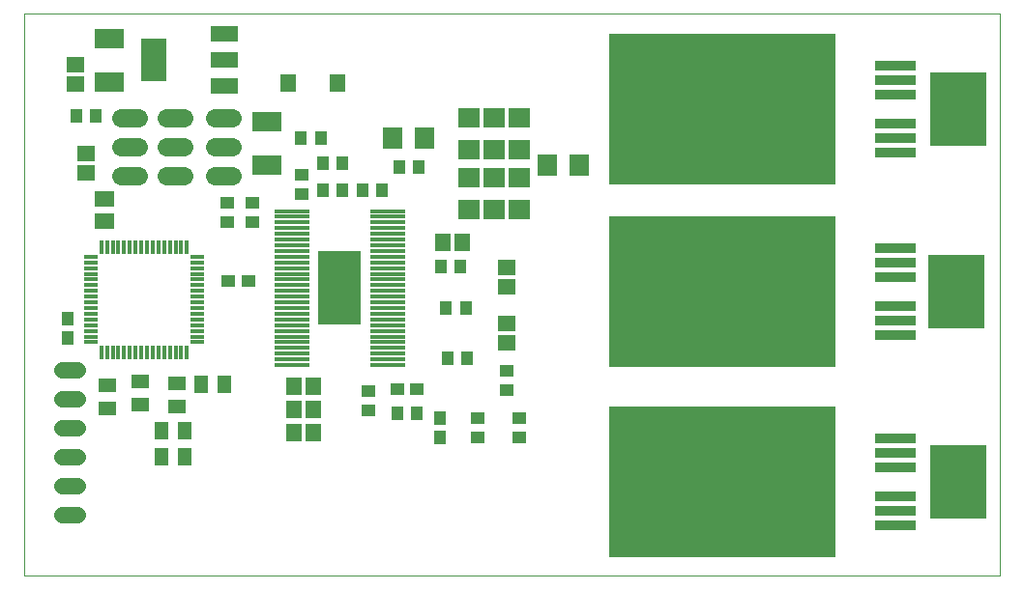
<source format=gts>
G75*
%MOIN*%
%OFA0B0*%
%FSLAX25Y25*%
%IPPOS*%
%LPD*%
%AMOC8*
5,1,8,0,0,1.08239X$1,22.5*
%
%ADD10C,0.00000*%
%ADD11R,0.05518X0.06306*%
%ADD12R,0.06699X0.07487*%
%ADD13R,0.07487X0.06699*%
%ADD14R,0.06306X0.05518*%
%ADD15R,0.10243X0.07093*%
%ADD16R,0.04337X0.04731*%
%ADD17R,0.04731X0.04337*%
%ADD18R,0.05400X0.06187*%
%ADD19C,0.06400*%
%ADD20R,0.04731X0.05912*%
%ADD21R,0.05912X0.04731*%
%ADD22R,0.06699X0.05518*%
%ADD23R,0.78400X0.52400*%
%ADD24R,0.14400X0.03200*%
%ADD25R,0.09200X0.05200*%
%ADD26R,0.09061X0.14573*%
%ADD27R,0.19600X0.25800*%
%ADD28R,0.11975X0.01463*%
%ADD29R,0.14613X0.25400*%
%ADD30C,0.08274*%
%ADD31R,0.05124X0.01581*%
%ADD32R,0.01581X0.05124*%
%ADD33C,0.05600*%
D10*
X0047976Y0001000D02*
X0047976Y0195000D01*
X0384226Y0195000D01*
X0384226Y0001000D01*
X0047976Y0001000D01*
X0152789Y0100375D02*
X0152791Y0100500D01*
X0152797Y0100625D01*
X0152807Y0100749D01*
X0152821Y0100873D01*
X0152838Y0100997D01*
X0152860Y0101120D01*
X0152886Y0101242D01*
X0152915Y0101364D01*
X0152948Y0101484D01*
X0152986Y0101603D01*
X0153026Y0101722D01*
X0153071Y0101838D01*
X0153119Y0101953D01*
X0153171Y0102067D01*
X0153227Y0102179D01*
X0153286Y0102289D01*
X0153348Y0102397D01*
X0153414Y0102504D01*
X0153483Y0102608D01*
X0153556Y0102709D01*
X0153631Y0102809D01*
X0153710Y0102906D01*
X0153792Y0103000D01*
X0153877Y0103092D01*
X0153964Y0103181D01*
X0154055Y0103267D01*
X0154148Y0103350D01*
X0154244Y0103431D01*
X0154342Y0103508D01*
X0154442Y0103582D01*
X0154545Y0103653D01*
X0154650Y0103720D01*
X0154758Y0103785D01*
X0154867Y0103845D01*
X0154978Y0103903D01*
X0155091Y0103956D01*
X0155205Y0104006D01*
X0155321Y0104053D01*
X0155438Y0104095D01*
X0155557Y0104134D01*
X0155677Y0104170D01*
X0155798Y0104201D01*
X0155920Y0104229D01*
X0156042Y0104252D01*
X0156166Y0104272D01*
X0156290Y0104288D01*
X0156414Y0104300D01*
X0156539Y0104308D01*
X0156664Y0104312D01*
X0156788Y0104312D01*
X0156913Y0104308D01*
X0157038Y0104300D01*
X0157162Y0104288D01*
X0157286Y0104272D01*
X0157410Y0104252D01*
X0157532Y0104229D01*
X0157654Y0104201D01*
X0157775Y0104170D01*
X0157895Y0104134D01*
X0158014Y0104095D01*
X0158131Y0104053D01*
X0158247Y0104006D01*
X0158361Y0103956D01*
X0158474Y0103903D01*
X0158585Y0103845D01*
X0158695Y0103785D01*
X0158802Y0103720D01*
X0158907Y0103653D01*
X0159010Y0103582D01*
X0159110Y0103508D01*
X0159208Y0103431D01*
X0159304Y0103350D01*
X0159397Y0103267D01*
X0159488Y0103181D01*
X0159575Y0103092D01*
X0159660Y0103000D01*
X0159742Y0102906D01*
X0159821Y0102809D01*
X0159896Y0102709D01*
X0159969Y0102608D01*
X0160038Y0102504D01*
X0160104Y0102397D01*
X0160166Y0102289D01*
X0160225Y0102179D01*
X0160281Y0102067D01*
X0160333Y0101953D01*
X0160381Y0101838D01*
X0160426Y0101722D01*
X0160466Y0101603D01*
X0160504Y0101484D01*
X0160537Y0101364D01*
X0160566Y0101242D01*
X0160592Y0101120D01*
X0160614Y0100997D01*
X0160631Y0100873D01*
X0160645Y0100749D01*
X0160655Y0100625D01*
X0160661Y0100500D01*
X0160663Y0100375D01*
X0160661Y0100250D01*
X0160655Y0100125D01*
X0160645Y0100001D01*
X0160631Y0099877D01*
X0160614Y0099753D01*
X0160592Y0099630D01*
X0160566Y0099508D01*
X0160537Y0099386D01*
X0160504Y0099266D01*
X0160466Y0099147D01*
X0160426Y0099028D01*
X0160381Y0098912D01*
X0160333Y0098797D01*
X0160281Y0098683D01*
X0160225Y0098571D01*
X0160166Y0098461D01*
X0160104Y0098353D01*
X0160038Y0098246D01*
X0159969Y0098142D01*
X0159896Y0098041D01*
X0159821Y0097941D01*
X0159742Y0097844D01*
X0159660Y0097750D01*
X0159575Y0097658D01*
X0159488Y0097569D01*
X0159397Y0097483D01*
X0159304Y0097400D01*
X0159208Y0097319D01*
X0159110Y0097242D01*
X0159010Y0097168D01*
X0158907Y0097097D01*
X0158802Y0097030D01*
X0158694Y0096965D01*
X0158585Y0096905D01*
X0158474Y0096847D01*
X0158361Y0096794D01*
X0158247Y0096744D01*
X0158131Y0096697D01*
X0158014Y0096655D01*
X0157895Y0096616D01*
X0157775Y0096580D01*
X0157654Y0096549D01*
X0157532Y0096521D01*
X0157410Y0096498D01*
X0157286Y0096478D01*
X0157162Y0096462D01*
X0157038Y0096450D01*
X0156913Y0096442D01*
X0156788Y0096438D01*
X0156664Y0096438D01*
X0156539Y0096442D01*
X0156414Y0096450D01*
X0156290Y0096462D01*
X0156166Y0096478D01*
X0156042Y0096498D01*
X0155920Y0096521D01*
X0155798Y0096549D01*
X0155677Y0096580D01*
X0155557Y0096616D01*
X0155438Y0096655D01*
X0155321Y0096697D01*
X0155205Y0096744D01*
X0155091Y0096794D01*
X0154978Y0096847D01*
X0154867Y0096905D01*
X0154757Y0096965D01*
X0154650Y0097030D01*
X0154545Y0097097D01*
X0154442Y0097168D01*
X0154342Y0097242D01*
X0154244Y0097319D01*
X0154148Y0097400D01*
X0154055Y0097483D01*
X0153964Y0097569D01*
X0153877Y0097658D01*
X0153792Y0097750D01*
X0153710Y0097844D01*
X0153631Y0097941D01*
X0153556Y0098041D01*
X0153483Y0098142D01*
X0153414Y0098246D01*
X0153348Y0098353D01*
X0153286Y0098461D01*
X0153227Y0098571D01*
X0153171Y0098683D01*
X0153119Y0098797D01*
X0153071Y0098912D01*
X0153026Y0099028D01*
X0152986Y0099147D01*
X0152948Y0099266D01*
X0152915Y0099386D01*
X0152886Y0099508D01*
X0152860Y0099630D01*
X0152838Y0099753D01*
X0152821Y0099877D01*
X0152807Y0100001D01*
X0152797Y0100125D01*
X0152791Y0100250D01*
X0152789Y0100375D01*
D11*
X0192129Y0116000D03*
X0198822Y0116000D03*
X0147572Y0066625D03*
X0140879Y0066625D03*
X0140879Y0058500D03*
X0147572Y0058500D03*
X0147572Y0050375D03*
X0140879Y0050375D03*
D12*
X0228089Y0142875D03*
X0239112Y0142875D03*
X0185987Y0152250D03*
X0174964Y0152250D03*
D13*
X0201101Y0147988D03*
X0209851Y0147988D03*
X0218601Y0147988D03*
X0218601Y0138387D03*
X0209851Y0138387D03*
X0201101Y0138387D03*
X0201101Y0127363D03*
X0209851Y0127363D03*
X0218601Y0127363D03*
X0218601Y0159012D03*
X0209851Y0159012D03*
X0201101Y0159012D03*
D14*
X0214226Y0107471D03*
X0214226Y0100779D03*
X0214226Y0088096D03*
X0214226Y0081404D03*
X0069226Y0140154D03*
X0069226Y0146846D03*
X0065476Y0170779D03*
X0065476Y0177471D03*
D15*
X0077351Y0171645D03*
X0077351Y0186605D03*
X0131726Y0157855D03*
X0131726Y0142895D03*
D16*
X0143379Y0152250D03*
X0150072Y0152250D03*
X0150879Y0143500D03*
X0157572Y0143500D03*
X0157572Y0134125D03*
X0150879Y0134125D03*
X0164629Y0134125D03*
X0171322Y0134125D03*
X0177129Y0142250D03*
X0183822Y0142250D03*
X0191504Y0107875D03*
X0198197Y0107875D03*
X0200072Y0093500D03*
X0193379Y0093500D03*
X0194004Y0076000D03*
X0200697Y0076000D03*
X0183197Y0057250D03*
X0176504Y0057250D03*
X0191101Y0055596D03*
X0191101Y0048904D03*
X0062976Y0083279D03*
X0062976Y0089971D03*
X0065879Y0159750D03*
X0072572Y0159750D03*
D17*
X0117976Y0129971D03*
X0126726Y0129971D03*
X0126726Y0123279D03*
X0117976Y0123279D03*
X0143601Y0132654D03*
X0143601Y0139346D03*
X0125072Y0102875D03*
X0118379Y0102875D03*
X0166726Y0064971D03*
X0176504Y0065375D03*
X0183197Y0065375D03*
X0166726Y0058279D03*
X0204226Y0055596D03*
X0218601Y0055596D03*
X0218601Y0048904D03*
X0204226Y0048904D03*
X0214226Y0065154D03*
X0214226Y0071846D03*
D18*
X0155815Y0171000D03*
X0138886Y0171000D03*
D19*
X0119726Y0159125D02*
X0113726Y0159125D01*
X0102851Y0159125D02*
X0096851Y0159125D01*
X0087226Y0159125D02*
X0081226Y0159125D01*
X0081226Y0149125D02*
X0087226Y0149125D01*
X0096851Y0149125D02*
X0102851Y0149125D01*
X0113726Y0149125D02*
X0119726Y0149125D01*
X0119726Y0139125D02*
X0113726Y0139125D01*
X0102851Y0139125D02*
X0096851Y0139125D01*
X0087226Y0139125D02*
X0081226Y0139125D01*
D20*
X0109039Y0067250D03*
X0116913Y0067250D03*
X0103163Y0051000D03*
X0095289Y0051000D03*
X0095289Y0042250D03*
X0103163Y0042250D03*
D21*
X0100476Y0059563D03*
X0100476Y0067437D03*
X0087976Y0068062D03*
X0076726Y0066812D03*
X0076726Y0058938D03*
X0087976Y0060188D03*
D22*
X0075476Y0123510D03*
X0075476Y0130990D03*
D23*
X0288601Y0162250D03*
X0288601Y0099125D03*
X0288601Y0033500D03*
D24*
X0348151Y0028500D03*
X0348151Y0023500D03*
X0348151Y0018500D03*
X0348151Y0038500D03*
X0348151Y0043500D03*
X0348151Y0048500D03*
X0348151Y0084125D03*
X0348151Y0089125D03*
X0348151Y0094125D03*
X0348151Y0104125D03*
X0348151Y0109125D03*
X0348151Y0114125D03*
X0348151Y0147250D03*
X0348151Y0152250D03*
X0348151Y0157250D03*
X0348151Y0167250D03*
X0348151Y0172250D03*
X0348151Y0177250D03*
D25*
X0117051Y0179125D03*
X0117051Y0170025D03*
X0117051Y0188225D03*
D26*
X0092650Y0179125D03*
D27*
X0369226Y0099125D03*
X0369851Y0162250D03*
X0369851Y0033500D03*
D28*
X0173327Y0073800D03*
X0173327Y0075769D03*
X0173327Y0077737D03*
X0173327Y0079706D03*
X0173327Y0081674D03*
X0173327Y0083643D03*
X0173327Y0085611D03*
X0173327Y0087580D03*
X0173327Y0089548D03*
X0173327Y0091517D03*
X0173327Y0093485D03*
X0173327Y0095454D03*
X0173327Y0097422D03*
X0173327Y0099391D03*
X0173327Y0101359D03*
X0173327Y0103328D03*
X0173327Y0105296D03*
X0173327Y0107265D03*
X0173327Y0109233D03*
X0173327Y0111202D03*
X0173327Y0113170D03*
X0173327Y0115139D03*
X0173327Y0117107D03*
X0173327Y0119076D03*
X0173327Y0121044D03*
X0173327Y0123013D03*
X0173327Y0124981D03*
X0173327Y0126950D03*
X0140321Y0126950D03*
X0140321Y0124981D03*
X0140321Y0123013D03*
X0140321Y0121044D03*
X0140321Y0119076D03*
X0140321Y0117107D03*
X0140321Y0115139D03*
X0140321Y0113170D03*
X0140321Y0111202D03*
X0140321Y0109233D03*
X0140321Y0107265D03*
X0140321Y0105296D03*
X0140321Y0103328D03*
X0140321Y0101359D03*
X0140321Y0099391D03*
X0140321Y0097422D03*
X0140321Y0095454D03*
X0140321Y0093485D03*
X0140321Y0091517D03*
X0140321Y0089548D03*
X0140321Y0087580D03*
X0140321Y0085611D03*
X0140321Y0083643D03*
X0140321Y0081674D03*
X0140321Y0079706D03*
X0140321Y0077737D03*
X0140321Y0075769D03*
X0140321Y0073800D03*
D29*
X0156726Y0100375D03*
D30*
X0156726Y0100375D03*
D31*
X0107464Y0101349D03*
X0107464Y0099381D03*
X0107464Y0097412D03*
X0107464Y0095444D03*
X0107464Y0093475D03*
X0107464Y0091507D03*
X0107464Y0089538D03*
X0107464Y0087570D03*
X0107464Y0085601D03*
X0107464Y0083633D03*
X0107464Y0081664D03*
X0071047Y0081664D03*
X0071047Y0083633D03*
X0071047Y0085601D03*
X0071047Y0087570D03*
X0071047Y0089538D03*
X0071047Y0091507D03*
X0071047Y0093475D03*
X0071047Y0095444D03*
X0071047Y0097412D03*
X0071047Y0099381D03*
X0071047Y0101349D03*
X0071047Y0103318D03*
X0071047Y0105286D03*
X0071047Y0107255D03*
X0071047Y0109223D03*
X0071047Y0111192D03*
X0107464Y0111192D03*
X0107464Y0109223D03*
X0107464Y0107255D03*
X0107464Y0105286D03*
X0107464Y0103318D03*
D32*
X0104019Y0114637D03*
X0102050Y0114637D03*
X0100082Y0114637D03*
X0098113Y0114637D03*
X0096145Y0114637D03*
X0094176Y0114637D03*
X0092208Y0114637D03*
X0090239Y0114637D03*
X0088271Y0114637D03*
X0086302Y0114637D03*
X0084334Y0114637D03*
X0082365Y0114637D03*
X0080397Y0114637D03*
X0078428Y0114637D03*
X0076460Y0114637D03*
X0074491Y0114637D03*
X0074491Y0078219D03*
X0076460Y0078219D03*
X0078428Y0078219D03*
X0080397Y0078219D03*
X0082365Y0078219D03*
X0084334Y0078219D03*
X0086302Y0078219D03*
X0088271Y0078219D03*
X0090239Y0078219D03*
X0092208Y0078219D03*
X0094176Y0078219D03*
X0096145Y0078219D03*
X0098113Y0078219D03*
X0100082Y0078219D03*
X0102050Y0078219D03*
X0104019Y0078219D03*
D33*
X0066201Y0072250D02*
X0061001Y0072250D01*
X0061001Y0062250D02*
X0066201Y0062250D01*
X0066201Y0052250D02*
X0061001Y0052250D01*
X0061001Y0042250D02*
X0066201Y0042250D01*
X0066201Y0032250D02*
X0061001Y0032250D01*
X0061001Y0022250D02*
X0066201Y0022250D01*
M02*

</source>
